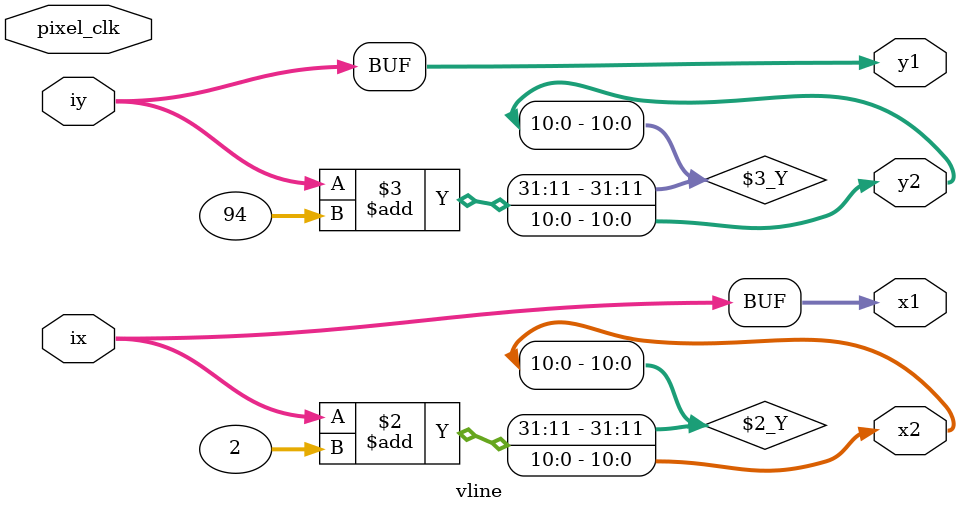
<source format=v>


module vline(pixel_clk, ix,iy,x1,y1,x2,y2);
      parameter length = 2;
    parameter width = 94;
    
    input pixel_clk;
    
    input wire [10:0] ix;
    input wire [10:0] iy;


    output reg [10:0] x1;
    output reg [10:0] y1;
    output reg [10:0] x2;
    output reg [10:0] y2;
    
    always @(*) begin
        x1 = ix;
        y1 = iy;
        
        x2 = ix + length;
        y2 = iy + width;
    end
    
    
    
endmodule
</source>
